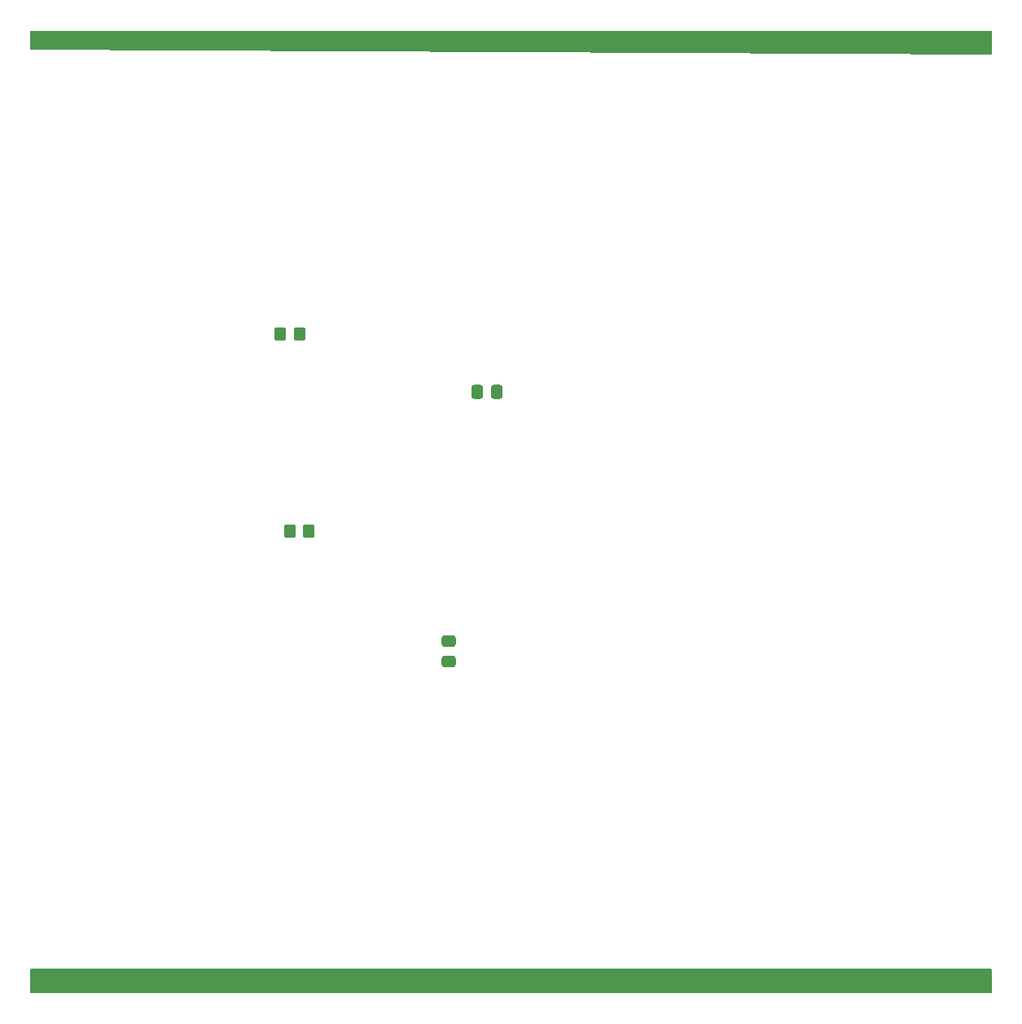
<source format=gbp>
G04 #@! TF.GenerationSoftware,KiCad,Pcbnew,7.0.1*
G04 #@! TF.CreationDate,2023-04-18T17:18:43+02:00*
G04 #@! TF.ProjectId,Alexandrie,416c6578-616e-4647-9269-652e6b696361,rev?*
G04 #@! TF.SameCoordinates,Original*
G04 #@! TF.FileFunction,Paste,Bot*
G04 #@! TF.FilePolarity,Positive*
%FSLAX46Y46*%
G04 Gerber Fmt 4.6, Leading zero omitted, Abs format (unit mm)*
G04 Created by KiCad (PCBNEW 7.0.1) date 2023-04-18 17:18:43*
%MOMM*%
%LPD*%
G01*
G04 APERTURE LIST*
G04 Aperture macros list*
%AMRoundRect*
0 Rectangle with rounded corners*
0 $1 Rounding radius*
0 $2 $3 $4 $5 $6 $7 $8 $9 X,Y pos of 4 corners*
0 Add a 4 corners polygon primitive as box body*
4,1,4,$2,$3,$4,$5,$6,$7,$8,$9,$2,$3,0*
0 Add four circle primitives for the rounded corners*
1,1,$1+$1,$2,$3*
1,1,$1+$1,$4,$5*
1,1,$1+$1,$6,$7*
1,1,$1+$1,$8,$9*
0 Add four rect primitives between the rounded corners*
20,1,$1+$1,$2,$3,$4,$5,0*
20,1,$1+$1,$4,$5,$6,$7,0*
20,1,$1+$1,$6,$7,$8,$9,0*
20,1,$1+$1,$8,$9,$2,$3,0*%
G04 Aperture macros list end*
%ADD10RoundRect,0.250000X-0.475000X0.337500X-0.475000X-0.337500X0.475000X-0.337500X0.475000X0.337500X0*%
%ADD11RoundRect,0.250000X-0.337500X-0.475000X0.337500X-0.475000X0.337500X0.475000X-0.337500X0.475000X0*%
%ADD12RoundRect,0.250000X0.350000X0.450000X-0.350000X0.450000X-0.350000X-0.450000X0.350000X-0.450000X0*%
G04 APERTURE END LIST*
D10*
X126000000Y-115962500D03*
X126000000Y-118037500D03*
D11*
X128962500Y-90000000D03*
X131037500Y-90000000D03*
D12*
X110500000Y-84000000D03*
X108500000Y-84000000D03*
X111500000Y-104500000D03*
X109500000Y-104500000D03*
G36*
X182438000Y-150016613D02*
G01*
X182483387Y-150062000D01*
X182500000Y-150124000D01*
X182500000Y-152376000D01*
X182483387Y-152438000D01*
X182438000Y-152483387D01*
X182376000Y-152500000D01*
X82624000Y-152500000D01*
X82562000Y-152483387D01*
X82516613Y-152438000D01*
X82500000Y-152376000D01*
X82500000Y-150124000D01*
X82516613Y-150062000D01*
X82562000Y-150016613D01*
X82624000Y-150000000D01*
X182376000Y-150000000D01*
X182438000Y-150016613D01*
G37*
G36*
X182438000Y-52516613D02*
G01*
X182483387Y-52562000D01*
X182500000Y-52624000D01*
X182500000Y-54875379D01*
X182483284Y-54937558D01*
X182437642Y-54982972D01*
X182375380Y-54999377D01*
X82623380Y-54500617D01*
X82561642Y-54483799D01*
X82516510Y-54438440D01*
X82500000Y-54376619D01*
X82500000Y-52624000D01*
X82516613Y-52562000D01*
X82562000Y-52516613D01*
X82624000Y-52500000D01*
X182376000Y-52500000D01*
X182438000Y-52516613D01*
G37*
M02*

</source>
